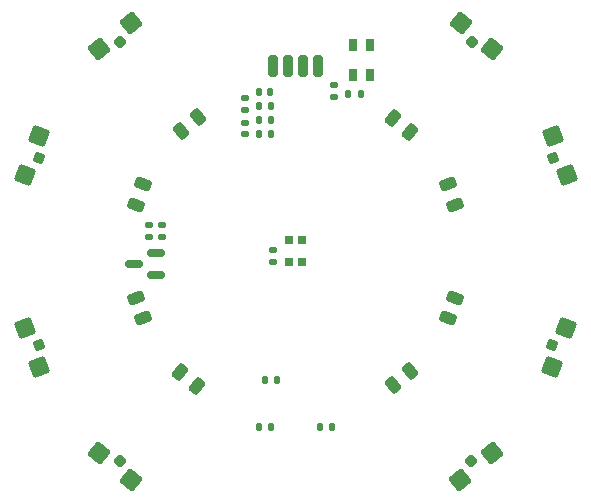
<source format=gbr>
G04 #@! TF.GenerationSoftware,KiCad,Pcbnew,8.0.5*
G04 #@! TF.CreationDate,2024-12-08T19:55:37-06:00*
G04 #@! TF.ProjectId,kbxIrBlaster,6b627849-7242-46c6-9173-7465722e6b69,rev?*
G04 #@! TF.SameCoordinates,Original*
G04 #@! TF.FileFunction,Paste,Bot*
G04 #@! TF.FilePolarity,Positive*
%FSLAX46Y46*%
G04 Gerber Fmt 4.6, Leading zero omitted, Abs format (unit mm)*
G04 Created by KiCad (PCBNEW 8.0.5) date 2024-12-08 19:55:37*
%MOMM*%
%LPD*%
G01*
G04 APERTURE LIST*
G04 Aperture macros list*
%AMRoundRect*
0 Rectangle with rounded corners*
0 $1 Rounding radius*
0 $2 $3 $4 $5 $6 $7 $8 $9 X,Y pos of 4 corners*
0 Add a 4 corners polygon primitive as box body*
4,1,4,$2,$3,$4,$5,$6,$7,$8,$9,$2,$3,0*
0 Add four circle primitives for the rounded corners*
1,1,$1+$1,$2,$3*
1,1,$1+$1,$4,$5*
1,1,$1+$1,$6,$7*
1,1,$1+$1,$8,$9*
0 Add four rect primitives between the rounded corners*
20,1,$1+$1,$2,$3,$4,$5,0*
20,1,$1+$1,$4,$5,$6,$7,0*
20,1,$1+$1,$6,$7,$8,$9,0*
20,1,$1+$1,$8,$9,$2,$3,0*%
G04 Aperture macros list end*
%ADD10RoundRect,0.150000X0.587500X0.150000X-0.587500X0.150000X-0.587500X-0.150000X0.587500X-0.150000X0*%
%ADD11RoundRect,0.250000X0.704416X0.061628X-0.061628X0.704416X-0.704416X-0.061628X0.061628X-0.704416X0*%
%ADD12RoundRect,0.225000X0.316987X0.027733X-0.027733X0.316987X-0.316987X-0.027733X0.027733X-0.316987X0*%
%ADD13RoundRect,0.250000X0.061628X0.704416X-0.704416X0.061628X-0.061628X-0.704416X0.704416X-0.061628X0*%
%ADD14RoundRect,0.225000X0.027733X0.316987X-0.316987X0.027733X-0.027733X-0.316987X0.316987X-0.027733X0*%
%ADD15RoundRect,0.140000X0.170000X-0.140000X0.170000X0.140000X-0.170000X0.140000X-0.170000X-0.140000X0*%
%ADD16RoundRect,0.135000X0.135000X0.185000X-0.135000X0.185000X-0.135000X-0.185000X0.135000X-0.185000X0*%
%ADD17R,0.700000X0.700000*%
%ADD18RoundRect,0.135000X-0.135000X-0.185000X0.135000X-0.185000X0.135000X0.185000X-0.135000X0.185000X0*%
%ADD19RoundRect,0.250000X-0.704416X-0.061628X0.061628X-0.704416X0.704416X0.061628X-0.061628X0.704416X0*%
%ADD20RoundRect,0.225000X-0.316987X-0.027733X0.027733X-0.316987X0.316987X0.027733X-0.027733X0.316987X0*%
%ADD21RoundRect,0.243750X-0.479995X-0.192828X-0.106549X-0.506187X0.479995X0.192828X0.106549X0.506187X0*%
%ADD22RoundRect,0.243750X-0.345367X0.385097X-0.512102X-0.073003X0.345367X-0.385097X0.512102X0.073003X0*%
%ADD23RoundRect,0.250000X0.298836X-0.640856X0.640856X0.298836X-0.298836X0.640856X-0.640856X-0.298836X0*%
%ADD24RoundRect,0.225000X0.134476X-0.288385X0.288385X0.134476X-0.134476X0.288385X-0.288385X-0.134476X0*%
%ADD25RoundRect,0.243750X-0.512102X0.073003X-0.345367X-0.385097X0.512102X-0.073003X0.345367X0.385097X0*%
%ADD26RoundRect,0.250000X-0.640856X0.298836X-0.298836X-0.640856X0.640856X-0.298836X0.298836X0.640856X0*%
%ADD27RoundRect,0.225000X-0.288385X0.134476X-0.134476X-0.288385X0.288385X-0.134476X0.134476X0.288385X0*%
%ADD28RoundRect,0.243750X0.345367X-0.385097X0.512102X0.073003X-0.345367X0.385097X-0.512102X-0.073003X0*%
%ADD29RoundRect,0.250000X0.640856X-0.298836X0.298836X0.640856X-0.640856X0.298836X-0.298836X-0.640856X0*%
%ADD30RoundRect,0.225000X0.288385X-0.134476X0.134476X0.288385X-0.288385X0.134476X-0.134476X-0.288385X0*%
%ADD31RoundRect,0.243750X-0.106549X0.506187X-0.479995X0.192828X0.106549X-0.506187X0.479995X-0.192828X0*%
%ADD32RoundRect,0.135000X0.185000X-0.135000X0.185000X0.135000X-0.185000X0.135000X-0.185000X-0.135000X0*%
%ADD33RoundRect,0.135000X-0.185000X0.135000X-0.185000X-0.135000X0.185000X-0.135000X0.185000X0.135000X0*%
%ADD34RoundRect,0.243750X0.512102X-0.073003X0.345367X0.385097X-0.512102X0.073003X-0.345367X-0.385097X0*%
%ADD35RoundRect,0.243750X0.479995X0.192828X0.106549X0.506187X-0.479995X-0.192828X-0.106549X-0.506187X0*%
%ADD36RoundRect,0.140000X-0.140000X-0.170000X0.140000X-0.170000X0.140000X0.170000X-0.140000X0.170000X0*%
%ADD37RoundRect,0.250000X-0.061628X-0.704416X0.704416X-0.061628X0.061628X0.704416X-0.704416X0.061628X0*%
%ADD38RoundRect,0.225000X-0.027733X-0.316987X0.316987X-0.027733X0.027733X0.316987X-0.316987X0.027733X0*%
%ADD39RoundRect,0.140000X0.140000X0.170000X-0.140000X0.170000X-0.140000X-0.170000X0.140000X-0.170000X0*%
%ADD40RoundRect,0.243750X0.106549X-0.506187X0.479995X-0.192828X-0.106549X0.506187X-0.479995X0.192828X0*%
%ADD41R,0.800000X1.000000*%
%ADD42RoundRect,0.200000X-0.200000X-0.700000X0.200000X-0.700000X0.200000X0.700000X-0.200000X0.700000X0*%
%ADD43RoundRect,0.140000X-0.170000X0.140000X-0.170000X-0.140000X0.170000X-0.140000X0.170000X0.140000X0*%
%ADD44RoundRect,0.250000X-0.298836X0.640856X-0.640856X-0.298836X0.298836X-0.640856X0.640856X0.298836X0*%
%ADD45RoundRect,0.225000X-0.134476X0.288385X-0.288385X-0.134476X0.134476X-0.288385X0.288385X0.134476X0*%
G04 APERTURE END LIST*
D10*
X138237500Y-90150000D03*
X138237500Y-92050000D03*
X136362500Y-91100000D03*
D11*
X166669184Y-72907901D03*
X163988028Y-70658144D03*
D12*
X164910794Y-72280951D03*
D13*
X136061972Y-70658144D03*
X133380816Y-72907901D03*
D14*
X135139204Y-72280951D03*
D15*
X148100000Y-90880000D03*
X148100000Y-89920000D03*
D16*
X147910000Y-78900000D03*
X146890000Y-78900000D03*
D17*
X149450000Y-89085000D03*
X150550000Y-89085000D03*
X150550000Y-90915000D03*
X149450000Y-90915000D03*
D18*
X152090000Y-104900000D03*
X153110000Y-104900000D03*
D19*
X133380816Y-107092099D03*
X136061972Y-109341856D03*
D20*
X135139206Y-107719049D03*
D21*
X140231833Y-100197387D03*
X141668167Y-101402613D03*
D22*
X137120644Y-84319039D03*
X136479356Y-86080961D03*
D23*
X171731618Y-99773452D03*
X172928689Y-96484527D03*
D24*
X171719353Y-97906677D03*
D25*
X136479356Y-93919038D03*
X137120644Y-95680962D03*
D26*
X127071311Y-96484527D03*
X128268381Y-99773452D03*
D27*
X128280647Y-97906677D03*
D28*
X162879356Y-95680962D03*
X163520644Y-93919038D03*
D29*
X172978689Y-83515473D03*
X171781618Y-80226548D03*
D30*
X171769353Y-82093324D03*
D18*
X146890000Y-77700000D03*
X147910000Y-77700000D03*
D31*
X141718167Y-78647387D03*
X140281833Y-79852613D03*
D32*
X145700000Y-78010000D03*
X145700000Y-76990000D03*
D33*
X138700000Y-87790000D03*
X138700000Y-88810000D03*
D16*
X147910000Y-80100000D03*
X146890000Y-80100000D03*
D34*
X163520644Y-86080961D03*
X162879356Y-84319039D03*
D35*
X159718167Y-79902613D03*
X158281833Y-78697387D03*
D36*
X147463498Y-100900000D03*
X148423498Y-100900000D03*
D37*
X163938028Y-109341856D03*
X166619184Y-107092099D03*
D38*
X164860794Y-107719049D03*
D39*
X147880000Y-76500000D03*
X146920000Y-76500000D03*
D40*
X158281833Y-101302613D03*
X159718167Y-100097387D03*
D41*
X156300000Y-75050000D03*
X154900000Y-75050000D03*
X154900000Y-72550000D03*
X156300000Y-72550000D03*
D18*
X154490000Y-76700000D03*
X155510000Y-76700000D03*
D32*
X137600000Y-88810000D03*
X137600000Y-87790000D03*
D42*
X148095000Y-74300000D03*
X149365000Y-74300000D03*
X150635000Y-74300000D03*
X151905000Y-74300000D03*
D16*
X147910000Y-104900000D03*
X146890000Y-104900000D03*
D33*
X153300000Y-75890000D03*
X153300000Y-76910000D03*
D43*
X145700000Y-79120000D03*
X145700000Y-80080000D03*
D44*
X128268381Y-80226548D03*
X127071311Y-83515473D03*
D45*
X128280647Y-82093323D03*
M02*

</source>
